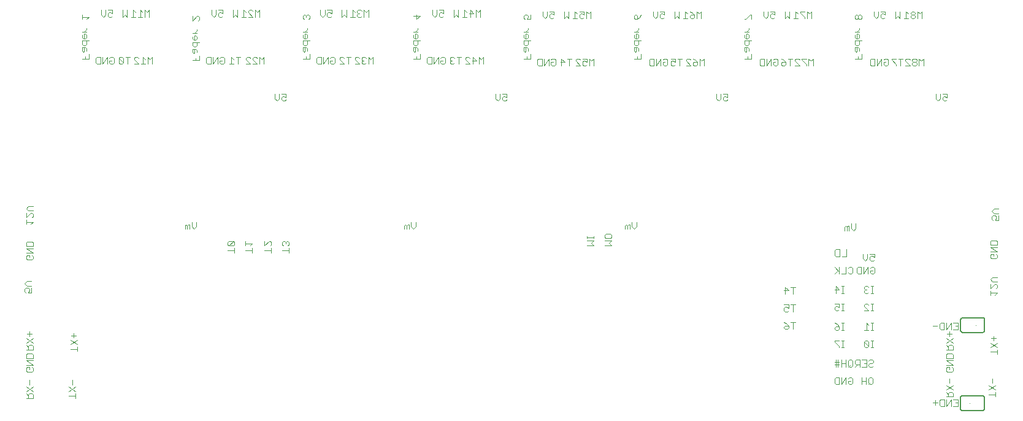
<source format=gbo>
G75*
%MOIN*%
%OFA0B0*%
%FSLAX24Y24*%
%IPPOS*%
%LPD*%
%AMOC8*
5,1,8,0,0,1.08239X$1,22.5*
%
%ADD10C,0.0030*%
%ADD11C,0.0060*%
%ADD12C,0.0000*%
D10*
X001678Y001626D02*
X002048Y001626D01*
X002048Y001811D01*
X001987Y001873D01*
X001863Y001873D01*
X001801Y001811D01*
X001801Y001626D01*
X001801Y001749D02*
X001678Y001873D01*
X001678Y001994D02*
X002048Y002241D01*
X001863Y002362D02*
X001863Y002609D01*
X001678Y002241D02*
X002048Y001994D01*
X001987Y003051D02*
X001740Y003051D01*
X001678Y003112D01*
X001678Y003236D01*
X001740Y003298D01*
X001863Y003298D01*
X001863Y003174D01*
X001987Y003051D02*
X002048Y003112D01*
X002048Y003236D01*
X001987Y003298D01*
X002048Y003419D02*
X001678Y003666D01*
X002048Y003666D01*
X002048Y003787D02*
X002048Y003973D01*
X001987Y004034D01*
X001740Y004034D01*
X001678Y003973D01*
X001678Y003787D01*
X002048Y003787D01*
X002048Y003419D02*
X001678Y003419D01*
X001678Y004251D02*
X002048Y004251D01*
X002048Y004436D01*
X001987Y004498D01*
X001863Y004498D01*
X001801Y004436D01*
X001801Y004251D01*
X001801Y004374D02*
X001678Y004498D01*
X001678Y004619D02*
X002048Y004866D01*
X001863Y004987D02*
X001863Y005234D01*
X001740Y005111D02*
X001987Y005111D01*
X001678Y004866D02*
X002048Y004619D01*
X004078Y004539D02*
X004448Y004786D01*
X004263Y004907D02*
X004263Y005154D01*
X004140Y005031D02*
X004387Y005031D01*
X004078Y004786D02*
X004448Y004539D01*
X004448Y004418D02*
X004448Y004171D01*
X004448Y004294D02*
X004078Y004294D01*
X004183Y002609D02*
X004183Y002362D01*
X003998Y002241D02*
X004368Y001994D01*
X004368Y001873D02*
X004368Y001626D01*
X004368Y001749D02*
X003998Y001749D01*
X003998Y001994D02*
X004368Y002241D01*
X001968Y007354D02*
X001783Y007354D01*
X001845Y007478D01*
X001845Y007539D01*
X001783Y007601D01*
X001660Y007601D01*
X001598Y007539D01*
X001598Y007416D01*
X001660Y007354D01*
X001968Y007354D02*
X001968Y007601D01*
X001968Y007722D02*
X001721Y007722D01*
X001598Y007846D01*
X001721Y007969D01*
X001968Y007969D01*
X001987Y009146D02*
X001740Y009146D01*
X001678Y009208D01*
X001678Y009331D01*
X001740Y009393D01*
X001863Y009393D01*
X001863Y009269D01*
X001987Y009146D02*
X002048Y009208D01*
X002048Y009331D01*
X001987Y009393D01*
X002048Y009514D02*
X001678Y009761D01*
X002048Y009761D01*
X002048Y009882D02*
X002048Y010068D01*
X001987Y010129D01*
X001740Y010129D01*
X001678Y010068D01*
X001678Y009882D01*
X002048Y009882D01*
X002048Y009514D02*
X001678Y009514D01*
X001678Y011066D02*
X001678Y011313D01*
X001678Y011434D02*
X001925Y011681D01*
X001987Y011681D01*
X002048Y011619D01*
X002048Y011496D01*
X001987Y011434D01*
X002048Y011189D02*
X001678Y011189D01*
X001678Y011434D02*
X001678Y011681D01*
X001801Y011802D02*
X001678Y011926D01*
X001801Y012049D01*
X002048Y012049D01*
X002048Y011802D02*
X001801Y011802D01*
X002048Y011189D02*
X001925Y011066D01*
X010313Y010996D02*
X010313Y010811D01*
X010436Y010811D02*
X010436Y010996D01*
X010375Y011058D01*
X010313Y010996D01*
X010436Y010996D02*
X010498Y011058D01*
X010560Y011058D01*
X010560Y010811D01*
X010681Y010934D02*
X010681Y011181D01*
X010681Y010934D02*
X010805Y010811D01*
X010928Y010934D01*
X010928Y011181D01*
X012638Y010084D02*
X012638Y009961D01*
X012700Y009899D01*
X012947Y010146D01*
X012700Y010146D01*
X012638Y010084D01*
X012700Y009899D02*
X012947Y009899D01*
X013008Y009961D01*
X013008Y010084D01*
X012947Y010146D01*
X013008Y009778D02*
X013008Y009531D01*
X013008Y009654D02*
X012638Y009654D01*
X013598Y009654D02*
X013968Y009654D01*
X013968Y009531D02*
X013968Y009778D01*
X013845Y009899D02*
X013968Y010023D01*
X013598Y010023D01*
X013598Y010146D02*
X013598Y009899D01*
X014638Y009899D02*
X014885Y010146D01*
X014947Y010146D01*
X015008Y010084D01*
X015008Y009961D01*
X014947Y009899D01*
X015008Y009778D02*
X015008Y009531D01*
X015008Y009654D02*
X014638Y009654D01*
X014638Y009899D02*
X014638Y010146D01*
X015598Y010084D02*
X015598Y009961D01*
X015660Y009899D01*
X015783Y010023D02*
X015783Y010084D01*
X015721Y010146D01*
X015660Y010146D01*
X015598Y010084D01*
X015783Y010084D02*
X015845Y010146D01*
X015907Y010146D01*
X015968Y010084D01*
X015968Y009961D01*
X015907Y009899D01*
X015968Y009778D02*
X015968Y009531D01*
X015968Y009654D02*
X015598Y009654D01*
X022233Y010811D02*
X022233Y010996D01*
X022295Y011058D01*
X022356Y010996D01*
X022356Y010811D01*
X022480Y010811D02*
X022480Y011058D01*
X022418Y011058D01*
X022356Y010996D01*
X022601Y010934D02*
X022725Y010811D01*
X022848Y010934D01*
X022848Y011181D01*
X022601Y011181D02*
X022601Y010934D01*
X032158Y010423D02*
X032158Y010299D01*
X032158Y010361D02*
X032528Y010361D01*
X032528Y010299D02*
X032528Y010423D01*
X032528Y010178D02*
X032158Y010178D01*
X032405Y010054D02*
X032528Y010178D01*
X032405Y010054D02*
X032528Y009931D01*
X032158Y009931D01*
X033118Y009931D02*
X033488Y009931D01*
X033365Y010054D01*
X033488Y010178D01*
X033118Y010178D01*
X033180Y010299D02*
X033118Y010361D01*
X033118Y010484D01*
X033180Y010546D01*
X033427Y010546D01*
X033488Y010484D01*
X033488Y010361D01*
X033427Y010299D01*
X033180Y010299D01*
X034233Y010811D02*
X034233Y010996D01*
X034295Y011058D01*
X034356Y010996D01*
X034356Y010811D01*
X034480Y010811D02*
X034480Y011058D01*
X034418Y011058D01*
X034356Y010996D01*
X034601Y010934D02*
X034601Y011181D01*
X034601Y010934D02*
X034725Y010811D01*
X034848Y010934D01*
X034848Y011181D01*
X042935Y007661D02*
X043120Y007476D01*
X042873Y007476D01*
X042935Y007291D02*
X042935Y007661D01*
X043241Y007661D02*
X043488Y007661D01*
X043365Y007661D02*
X043365Y007291D01*
X043365Y006701D02*
X043365Y006331D01*
X043120Y006392D02*
X043058Y006331D01*
X042935Y006331D01*
X042873Y006392D01*
X042873Y006516D01*
X042935Y006578D01*
X042996Y006578D01*
X043120Y006516D01*
X043120Y006701D01*
X042873Y006701D01*
X043241Y006701D02*
X043488Y006701D01*
X043488Y005741D02*
X043241Y005741D01*
X043365Y005741D02*
X043365Y005371D01*
X043120Y005432D02*
X043058Y005371D01*
X042935Y005371D01*
X042873Y005432D01*
X042873Y005494D01*
X042935Y005556D01*
X043120Y005556D01*
X043120Y005432D01*
X043120Y005556D02*
X042996Y005679D01*
X042873Y005741D01*
X045623Y005701D02*
X045746Y005639D01*
X045869Y005516D01*
X045684Y005516D01*
X045623Y005454D01*
X045623Y005392D01*
X045684Y005331D01*
X045808Y005331D01*
X045869Y005392D01*
X045869Y005516D01*
X045991Y005701D02*
X046115Y005701D01*
X046053Y005701D02*
X046053Y005331D01*
X046115Y005331D02*
X045991Y005331D01*
X047223Y005331D02*
X047469Y005331D01*
X047591Y005331D02*
X047715Y005331D01*
X047653Y005331D02*
X047653Y005701D01*
X047715Y005701D02*
X047591Y005701D01*
X047469Y005578D02*
X047346Y005701D01*
X047346Y005331D01*
X047408Y004741D02*
X047284Y004741D01*
X047223Y004679D01*
X047469Y004432D01*
X047408Y004371D01*
X047284Y004371D01*
X047223Y004432D01*
X047223Y004679D01*
X047408Y004741D02*
X047469Y004679D01*
X047469Y004432D01*
X047591Y004371D02*
X047715Y004371D01*
X047653Y004371D02*
X047653Y004741D01*
X047715Y004741D02*
X047591Y004741D01*
X046115Y004741D02*
X045991Y004741D01*
X046053Y004741D02*
X046053Y004371D01*
X046115Y004371D02*
X045991Y004371D01*
X045869Y004371D02*
X045869Y004432D01*
X045623Y004679D01*
X045623Y004741D01*
X045869Y004741D01*
X045802Y003701D02*
X045802Y003331D01*
X045679Y003331D02*
X045679Y003701D01*
X045679Y003578D02*
X045617Y003578D01*
X045679Y003578D02*
X045864Y003578D01*
X045864Y003454D02*
X045617Y003454D01*
X045985Y003516D02*
X046232Y003516D01*
X046354Y003639D02*
X046354Y003392D01*
X046415Y003331D01*
X046539Y003331D01*
X046600Y003392D01*
X046600Y003639D01*
X046539Y003701D01*
X046415Y003701D01*
X046354Y003639D01*
X046232Y003701D02*
X046232Y003331D01*
X046354Y003331D02*
X046477Y003454D01*
X046737Y003516D02*
X046799Y003454D01*
X046984Y003454D01*
X046984Y003331D02*
X046984Y003701D01*
X046799Y003701D01*
X046737Y003639D01*
X046737Y003516D01*
X046860Y003454D02*
X046737Y003331D01*
X047105Y003331D02*
X047352Y003331D01*
X047352Y003701D01*
X047105Y003701D01*
X047229Y003516D02*
X047352Y003516D01*
X047474Y003454D02*
X047474Y003392D01*
X047535Y003331D01*
X047659Y003331D01*
X047720Y003392D01*
X047659Y003516D02*
X047535Y003516D01*
X047474Y003454D01*
X047474Y003639D02*
X047535Y003701D01*
X047659Y003701D01*
X047720Y003639D01*
X047720Y003578D01*
X047659Y003516D01*
X047635Y002741D02*
X047511Y002741D01*
X047449Y002679D01*
X047449Y002432D01*
X047511Y002371D01*
X047635Y002371D01*
X047696Y002432D01*
X047696Y002679D01*
X047635Y002741D01*
X047573Y002494D02*
X047449Y002371D01*
X047328Y002371D02*
X047328Y002741D01*
X047328Y002556D02*
X047081Y002556D01*
X047081Y002741D02*
X047081Y002371D01*
X046600Y002432D02*
X046539Y002371D01*
X046415Y002371D01*
X046354Y002432D01*
X046354Y002556D01*
X046477Y002556D01*
X046354Y002679D02*
X046415Y002741D01*
X046539Y002741D01*
X046600Y002679D01*
X046600Y002432D01*
X046232Y002371D02*
X046232Y002741D01*
X045985Y002371D01*
X045985Y002741D01*
X045864Y002741D02*
X045679Y002741D01*
X045617Y002679D01*
X045617Y002432D01*
X045679Y002371D01*
X045864Y002371D01*
X045864Y002741D01*
X045985Y003331D02*
X045985Y003701D01*
X050959Y005536D02*
X051206Y005536D01*
X051328Y005412D02*
X051328Y005659D01*
X051389Y005721D01*
X051575Y005721D01*
X051575Y005351D01*
X051389Y005351D01*
X051328Y005412D01*
X051696Y005351D02*
X051696Y005721D01*
X051943Y005721D02*
X051696Y005351D01*
X051863Y005234D02*
X051863Y004987D01*
X051740Y005111D02*
X051987Y005111D01*
X051943Y005351D02*
X051943Y005721D01*
X052064Y005721D02*
X052311Y005721D01*
X052311Y005351D01*
X052064Y005351D01*
X052188Y005536D02*
X052311Y005536D01*
X052048Y004866D02*
X051678Y004619D01*
X051678Y004498D02*
X051801Y004374D01*
X051801Y004436D02*
X051801Y004251D01*
X051678Y004251D02*
X052048Y004251D01*
X052048Y004436D01*
X051987Y004498D01*
X051863Y004498D01*
X051801Y004436D01*
X052048Y004619D02*
X051678Y004866D01*
X051740Y004034D02*
X051987Y004034D01*
X052048Y003973D01*
X052048Y003787D01*
X051678Y003787D01*
X051678Y003973D01*
X051740Y004034D01*
X051678Y003666D02*
X052048Y003666D01*
X052048Y003419D02*
X051678Y003419D01*
X051740Y003298D02*
X051863Y003298D01*
X051863Y003174D01*
X051740Y003051D02*
X051678Y003112D01*
X051678Y003236D01*
X051740Y003298D01*
X051987Y003298D02*
X052048Y003236D01*
X052048Y003112D01*
X051987Y003051D01*
X051740Y003051D01*
X051863Y002689D02*
X051863Y002442D01*
X051678Y002321D02*
X052048Y002074D01*
X051987Y001953D02*
X052048Y001891D01*
X052048Y001706D01*
X051678Y001706D01*
X051801Y001706D02*
X051801Y001891D01*
X051863Y001953D01*
X051987Y001953D01*
X051801Y001829D02*
X051678Y001953D01*
X051678Y002074D02*
X052048Y002321D01*
X052074Y001561D02*
X052321Y001561D01*
X052321Y001191D01*
X052074Y001191D01*
X051953Y001191D02*
X051953Y001561D01*
X051706Y001191D01*
X051706Y001561D01*
X051585Y001561D02*
X051399Y001561D01*
X051338Y001499D01*
X051338Y001252D01*
X051399Y001191D01*
X051585Y001191D01*
X051585Y001561D01*
X051216Y001376D02*
X050969Y001376D01*
X051093Y001499D02*
X051093Y001252D01*
X052198Y001376D02*
X052321Y001376D01*
X053998Y001829D02*
X054368Y001829D01*
X054368Y001706D02*
X054368Y001953D01*
X054368Y002074D02*
X053998Y002321D01*
X054183Y002442D02*
X054183Y002689D01*
X054368Y002321D02*
X053998Y002074D01*
X052048Y003419D02*
X051678Y003666D01*
X054078Y004134D02*
X054448Y004134D01*
X054448Y004011D02*
X054448Y004258D01*
X054448Y004379D02*
X054078Y004626D01*
X054263Y004747D02*
X054263Y004994D01*
X054140Y004871D02*
X054387Y004871D01*
X054448Y004626D02*
X054078Y004379D01*
X054078Y007211D02*
X054078Y007458D01*
X054078Y007579D02*
X054325Y007826D01*
X054387Y007826D01*
X054448Y007764D01*
X054448Y007641D01*
X054387Y007579D01*
X054448Y007334D02*
X054078Y007334D01*
X054078Y007579D02*
X054078Y007826D01*
X054201Y007947D02*
X054078Y008071D01*
X054201Y008194D01*
X054448Y008194D01*
X054448Y007947D02*
X054201Y007947D01*
X054448Y007334D02*
X054325Y007211D01*
X054387Y009211D02*
X054140Y009211D01*
X054078Y009272D01*
X054078Y009396D01*
X054140Y009458D01*
X054263Y009458D01*
X054263Y009334D01*
X054387Y009211D02*
X054448Y009272D01*
X054448Y009396D01*
X054387Y009458D01*
X054448Y009579D02*
X054078Y009826D01*
X054448Y009826D01*
X054448Y009947D02*
X054078Y009947D01*
X054078Y010133D01*
X054140Y010194D01*
X054387Y010194D01*
X054448Y010133D01*
X054448Y009947D01*
X054448Y009579D02*
X054078Y009579D01*
X054220Y011291D02*
X054158Y011352D01*
X054158Y011476D01*
X054220Y011538D01*
X054343Y011538D01*
X054405Y011476D01*
X054405Y011414D01*
X054343Y011291D01*
X054528Y011291D01*
X054528Y011538D01*
X054528Y011659D02*
X054281Y011659D01*
X054158Y011783D01*
X054281Y011906D01*
X054528Y011906D01*
X047776Y009461D02*
X047776Y009276D01*
X047653Y009338D01*
X047591Y009338D01*
X047529Y009276D01*
X047529Y009152D01*
X047591Y009091D01*
X047715Y009091D01*
X047776Y009152D01*
X047408Y009214D02*
X047285Y009091D01*
X047161Y009214D01*
X047161Y009461D01*
X047408Y009461D02*
X047408Y009214D01*
X047529Y009461D02*
X047776Y009461D01*
X047739Y008741D02*
X047800Y008679D01*
X047800Y008432D01*
X047739Y008371D01*
X047615Y008371D01*
X047554Y008432D01*
X047554Y008556D01*
X047677Y008556D01*
X047554Y008679D02*
X047615Y008741D01*
X047739Y008741D01*
X047432Y008741D02*
X047185Y008371D01*
X047185Y008741D01*
X047064Y008741D02*
X046879Y008741D01*
X046817Y008679D01*
X046817Y008432D01*
X046879Y008371D01*
X047064Y008371D01*
X047064Y008741D01*
X047432Y008741D02*
X047432Y008371D01*
X046600Y008432D02*
X046600Y008679D01*
X046539Y008741D01*
X046415Y008741D01*
X046354Y008679D01*
X046232Y008741D02*
X046232Y008371D01*
X045985Y008371D01*
X045864Y008371D02*
X045864Y008741D01*
X045802Y008556D02*
X045617Y008371D01*
X045864Y008494D02*
X045617Y008741D01*
X045703Y009331D02*
X045641Y009392D01*
X045641Y009639D01*
X045703Y009701D01*
X045888Y009701D01*
X045888Y009331D01*
X045703Y009331D01*
X046009Y009331D02*
X046256Y009331D01*
X046256Y009701D01*
X046276Y010731D02*
X046276Y010916D01*
X046215Y010978D01*
X046153Y010916D01*
X046153Y010731D01*
X046276Y010916D02*
X046338Y010978D01*
X046400Y010978D01*
X046400Y010731D01*
X046521Y010854D02*
X046521Y011101D01*
X046521Y010854D02*
X046645Y010731D01*
X046768Y010854D01*
X046768Y011101D01*
X046600Y008432D02*
X046539Y008371D01*
X046415Y008371D01*
X046354Y008432D01*
X046115Y007701D02*
X045991Y007701D01*
X046053Y007701D02*
X046053Y007331D01*
X046115Y007331D02*
X045991Y007331D01*
X045869Y007516D02*
X045623Y007516D01*
X045684Y007701D02*
X045869Y007516D01*
X045684Y007331D02*
X045684Y007701D01*
X047223Y007639D02*
X047223Y007578D01*
X047284Y007516D01*
X047223Y007454D01*
X047223Y007392D01*
X047284Y007331D01*
X047408Y007331D01*
X047469Y007392D01*
X047591Y007331D02*
X047715Y007331D01*
X047653Y007331D02*
X047653Y007701D01*
X047715Y007701D02*
X047591Y007701D01*
X047469Y007639D02*
X047408Y007701D01*
X047284Y007701D01*
X047223Y007639D01*
X047284Y007516D02*
X047346Y007516D01*
X047408Y006741D02*
X047469Y006679D01*
X047408Y006741D02*
X047284Y006741D01*
X047223Y006679D01*
X047223Y006618D01*
X047469Y006371D01*
X047223Y006371D01*
X047591Y006371D02*
X047715Y006371D01*
X047653Y006371D02*
X047653Y006741D01*
X047715Y006741D02*
X047591Y006741D01*
X046115Y006741D02*
X045991Y006741D01*
X046053Y006741D02*
X046053Y006371D01*
X046115Y006371D02*
X045991Y006371D01*
X045869Y006432D02*
X045808Y006371D01*
X045684Y006371D01*
X045623Y006432D01*
X045623Y006556D01*
X045684Y006618D01*
X045746Y006618D01*
X045869Y006556D01*
X045869Y006741D01*
X045623Y006741D01*
X051236Y017771D02*
X051113Y017894D01*
X051113Y018141D01*
X051360Y018141D02*
X051360Y017894D01*
X051236Y017771D01*
X051481Y017832D02*
X051481Y017956D01*
X051543Y018018D01*
X051605Y018018D01*
X051728Y017956D01*
X051728Y018141D01*
X051481Y018141D01*
X051481Y017832D02*
X051543Y017771D01*
X051666Y017771D01*
X051728Y017832D01*
X050448Y019691D02*
X050448Y020061D01*
X050325Y019938D01*
X050201Y020061D01*
X050201Y019691D01*
X050080Y019752D02*
X050080Y019814D01*
X050018Y019876D01*
X049895Y019876D01*
X049833Y019814D01*
X049833Y019752D01*
X049895Y019691D01*
X050018Y019691D01*
X050080Y019752D01*
X050018Y019876D02*
X050080Y019938D01*
X050080Y019999D01*
X050018Y020061D01*
X049895Y020061D01*
X049833Y019999D01*
X049833Y019938D01*
X049895Y019876D01*
X049711Y019999D02*
X049650Y020061D01*
X049526Y020061D01*
X049464Y019999D01*
X049464Y019938D01*
X049711Y019691D01*
X049464Y019691D01*
X049205Y019691D02*
X049205Y020061D01*
X049328Y020061D02*
X049081Y020061D01*
X048960Y020061D02*
X048713Y020061D01*
X048713Y019999D01*
X048960Y019752D01*
X048960Y019691D01*
X048528Y019752D02*
X048528Y019999D01*
X048466Y020061D01*
X048343Y020061D01*
X048281Y019999D01*
X048281Y019876D02*
X048405Y019876D01*
X048281Y019876D02*
X048281Y019752D01*
X048343Y019691D01*
X048466Y019691D01*
X048528Y019752D01*
X048160Y019691D02*
X048160Y020061D01*
X047913Y019691D01*
X047913Y020061D01*
X047791Y020061D02*
X047606Y020061D01*
X047544Y019999D01*
X047544Y019752D01*
X047606Y019691D01*
X047791Y019691D01*
X047791Y020061D01*
X047088Y020054D02*
X047088Y020301D01*
X046965Y020484D02*
X046965Y020607D01*
X046903Y020669D01*
X046718Y020669D01*
X046718Y020484D01*
X046780Y020422D01*
X046841Y020484D01*
X046841Y020669D01*
X046780Y020791D02*
X046903Y020791D01*
X046965Y020852D01*
X046965Y021037D01*
X047088Y021037D02*
X046718Y021037D01*
X046718Y020852D01*
X046780Y020791D01*
X046780Y021159D02*
X046903Y021159D01*
X046965Y021221D01*
X046965Y021344D01*
X046903Y021406D01*
X046841Y021406D01*
X046841Y021159D01*
X046780Y021159D02*
X046718Y021221D01*
X046718Y021344D01*
X046718Y021527D02*
X046965Y021527D01*
X046841Y021527D02*
X046965Y021651D01*
X046965Y021712D01*
X046965Y022202D02*
X046903Y022264D01*
X046903Y022388D01*
X046841Y022449D01*
X046780Y022449D01*
X046718Y022388D01*
X046718Y022264D01*
X046780Y022202D01*
X046841Y022202D01*
X046903Y022264D01*
X046965Y022202D02*
X047027Y022202D01*
X047088Y022264D01*
X047088Y022388D01*
X047027Y022449D01*
X046965Y022449D01*
X046903Y022388D01*
X047753Y022374D02*
X047876Y022251D01*
X048000Y022374D01*
X048000Y022621D01*
X048121Y022621D02*
X048368Y022621D01*
X048368Y022436D01*
X048245Y022498D01*
X048183Y022498D01*
X048121Y022436D01*
X048121Y022312D01*
X048183Y022251D01*
X048306Y022251D01*
X048368Y022312D01*
X048921Y022251D02*
X048921Y022621D01*
X049168Y022621D02*
X049168Y022251D01*
X049045Y022374D01*
X048921Y022251D01*
X049384Y022251D02*
X049631Y022251D01*
X049508Y022251D02*
X049508Y022621D01*
X049631Y022498D01*
X049753Y022498D02*
X049815Y022436D01*
X049938Y022436D01*
X050000Y022498D01*
X050000Y022559D01*
X049938Y022621D01*
X049815Y022621D01*
X049753Y022559D01*
X049753Y022498D01*
X049815Y022436D02*
X049753Y022374D01*
X049753Y022312D01*
X049815Y022251D01*
X049938Y022251D01*
X050000Y022312D01*
X050000Y022374D01*
X049938Y022436D01*
X050121Y022621D02*
X050245Y022498D01*
X050368Y022621D01*
X050368Y022251D01*
X050121Y022251D02*
X050121Y022621D01*
X047753Y022621D02*
X047753Y022374D01*
X044368Y022251D02*
X044368Y022621D01*
X044245Y022498D01*
X044121Y022621D01*
X044121Y022251D01*
X044000Y022251D02*
X044000Y022312D01*
X043753Y022559D01*
X043753Y022621D01*
X044000Y022621D01*
X043631Y022498D02*
X043508Y022621D01*
X043508Y022251D01*
X043631Y022251D02*
X043384Y022251D01*
X043168Y022251D02*
X043045Y022374D01*
X042921Y022251D01*
X042921Y022621D01*
X043168Y022621D02*
X043168Y022251D01*
X042368Y022312D02*
X042306Y022251D01*
X042183Y022251D01*
X042121Y022312D01*
X042121Y022436D01*
X042183Y022498D01*
X042245Y022498D01*
X042368Y022436D01*
X042368Y022621D01*
X042121Y022621D01*
X042000Y022621D02*
X042000Y022374D01*
X041876Y022251D01*
X041753Y022374D01*
X041753Y022621D01*
X041088Y022449D02*
X041027Y022449D01*
X040780Y022202D01*
X040718Y022202D01*
X041088Y022202D02*
X041088Y022449D01*
X040965Y021712D02*
X040965Y021651D01*
X040841Y021527D01*
X040841Y021406D02*
X040841Y021159D01*
X040780Y021159D02*
X040903Y021159D01*
X040965Y021221D01*
X040965Y021344D01*
X040903Y021406D01*
X040841Y021406D01*
X040718Y021344D02*
X040718Y021221D01*
X040780Y021159D01*
X040718Y021037D02*
X040718Y020852D01*
X040780Y020791D01*
X040903Y020791D01*
X040965Y020852D01*
X040965Y021037D01*
X041088Y021037D02*
X040718Y021037D01*
X040718Y020669D02*
X040718Y020484D01*
X040780Y020422D01*
X040841Y020484D01*
X040841Y020669D01*
X040903Y020669D02*
X040718Y020669D01*
X040903Y020669D02*
X040965Y020607D01*
X040965Y020484D01*
X041088Y020301D02*
X041088Y020054D01*
X040718Y020054D01*
X040903Y020054D02*
X040903Y020177D01*
X041544Y019999D02*
X041606Y020061D01*
X041791Y020061D01*
X041791Y019691D01*
X041606Y019691D01*
X041544Y019752D01*
X041544Y019999D01*
X041913Y020061D02*
X041913Y019691D01*
X042160Y020061D01*
X042160Y019691D01*
X042281Y019752D02*
X042281Y019876D01*
X042405Y019876D01*
X042528Y019999D02*
X042466Y020061D01*
X042343Y020061D01*
X042281Y019999D01*
X042281Y019752D02*
X042343Y019691D01*
X042466Y019691D01*
X042528Y019752D01*
X042528Y019999D01*
X042713Y020061D02*
X042836Y019999D01*
X042960Y019876D01*
X042775Y019876D01*
X042713Y019814D01*
X042713Y019752D01*
X042775Y019691D01*
X042898Y019691D01*
X042960Y019752D01*
X042960Y019876D01*
X043081Y020061D02*
X043328Y020061D01*
X043205Y020061D02*
X043205Y019691D01*
X043464Y019691D02*
X043711Y019691D01*
X043464Y019938D01*
X043464Y019999D01*
X043526Y020061D01*
X043650Y020061D01*
X043711Y019999D01*
X043833Y019999D02*
X044080Y019752D01*
X044080Y019691D01*
X044201Y019691D02*
X044201Y020061D01*
X044325Y019938D01*
X044448Y020061D01*
X044448Y019691D01*
X044080Y020061D02*
X043833Y020061D01*
X043833Y019999D01*
X046718Y020054D02*
X047088Y020054D01*
X046903Y020054D02*
X046903Y020177D01*
X040965Y021527D02*
X040718Y021527D01*
X038368Y022251D02*
X038368Y022621D01*
X038245Y022498D01*
X038121Y022621D01*
X038121Y022251D01*
X038000Y022312D02*
X037938Y022251D01*
X037815Y022251D01*
X037753Y022312D01*
X037753Y022374D01*
X037815Y022436D01*
X038000Y022436D01*
X038000Y022312D01*
X038000Y022436D02*
X037876Y022559D01*
X037753Y022621D01*
X037631Y022498D02*
X037508Y022621D01*
X037508Y022251D01*
X037631Y022251D02*
X037384Y022251D01*
X037168Y022251D02*
X037045Y022374D01*
X036921Y022251D01*
X036921Y022621D01*
X037168Y022621D02*
X037168Y022251D01*
X036368Y022312D02*
X036306Y022251D01*
X036183Y022251D01*
X036121Y022312D01*
X036121Y022436D01*
X036183Y022498D01*
X036245Y022498D01*
X036368Y022436D01*
X036368Y022621D01*
X036121Y022621D01*
X036000Y022621D02*
X036000Y022374D01*
X035876Y022251D01*
X035753Y022374D01*
X035753Y022621D01*
X035088Y022449D02*
X035027Y022326D01*
X034903Y022202D01*
X034903Y022388D01*
X034841Y022449D01*
X034780Y022449D01*
X034718Y022388D01*
X034718Y022264D01*
X034780Y022202D01*
X034903Y022202D01*
X034965Y021712D02*
X034965Y021651D01*
X034841Y021527D01*
X034841Y021406D02*
X034841Y021159D01*
X034780Y021159D02*
X034903Y021159D01*
X034965Y021221D01*
X034965Y021344D01*
X034903Y021406D01*
X034841Y021406D01*
X034718Y021344D02*
X034718Y021221D01*
X034780Y021159D01*
X034718Y021037D02*
X034718Y020852D01*
X034780Y020791D01*
X034903Y020791D01*
X034965Y020852D01*
X034965Y021037D01*
X035088Y021037D02*
X034718Y021037D01*
X034718Y020669D02*
X034718Y020484D01*
X034780Y020422D01*
X034841Y020484D01*
X034841Y020669D01*
X034903Y020669D02*
X034718Y020669D01*
X034903Y020669D02*
X034965Y020607D01*
X034965Y020484D01*
X035088Y020301D02*
X035088Y020054D01*
X034718Y020054D01*
X034903Y020054D02*
X034903Y020177D01*
X035544Y019999D02*
X035606Y020061D01*
X035791Y020061D01*
X035791Y019691D01*
X035606Y019691D01*
X035544Y019752D01*
X035544Y019999D01*
X035913Y020061D02*
X035913Y019691D01*
X036160Y020061D01*
X036160Y019691D01*
X036281Y019752D02*
X036281Y019876D01*
X036405Y019876D01*
X036528Y019999D02*
X036528Y019752D01*
X036466Y019691D01*
X036343Y019691D01*
X036281Y019752D01*
X036281Y019999D02*
X036343Y020061D01*
X036466Y020061D01*
X036528Y019999D01*
X036713Y020061D02*
X036960Y020061D01*
X036960Y019876D01*
X036836Y019938D01*
X036775Y019938D01*
X036713Y019876D01*
X036713Y019752D01*
X036775Y019691D01*
X036898Y019691D01*
X036960Y019752D01*
X037205Y019691D02*
X037205Y020061D01*
X037328Y020061D02*
X037081Y020061D01*
X037544Y019999D02*
X037606Y020061D01*
X037730Y020061D01*
X037791Y019999D01*
X037913Y020061D02*
X038036Y019999D01*
X038160Y019876D01*
X037975Y019876D01*
X037913Y019814D01*
X037913Y019752D01*
X037975Y019691D01*
X038098Y019691D01*
X038160Y019752D01*
X038160Y019876D01*
X038281Y020061D02*
X038281Y019691D01*
X038528Y019691D02*
X038528Y020061D01*
X038405Y019938D01*
X038281Y020061D01*
X037791Y019691D02*
X037544Y019938D01*
X037544Y019999D01*
X037544Y019691D02*
X037791Y019691D01*
X039193Y018141D02*
X039193Y017894D01*
X039316Y017771D01*
X039440Y017894D01*
X039440Y018141D01*
X039561Y018141D02*
X039808Y018141D01*
X039808Y017956D01*
X039685Y018018D01*
X039623Y018018D01*
X039561Y017956D01*
X039561Y017832D01*
X039623Y017771D01*
X039746Y017771D01*
X039808Y017832D01*
X032528Y019691D02*
X032528Y020061D01*
X032405Y019938D01*
X032281Y020061D01*
X032281Y019691D01*
X032160Y019752D02*
X032098Y019691D01*
X031975Y019691D01*
X031913Y019752D01*
X031913Y019876D01*
X031975Y019938D01*
X032036Y019938D01*
X032160Y019876D01*
X032160Y020061D01*
X031913Y020061D01*
X031791Y019999D02*
X031730Y020061D01*
X031606Y020061D01*
X031544Y019999D01*
X031544Y019938D01*
X031791Y019691D01*
X031544Y019691D01*
X031205Y019691D02*
X031205Y020061D01*
X031328Y020061D02*
X031081Y020061D01*
X030960Y019876D02*
X030713Y019876D01*
X030775Y019691D02*
X030775Y020061D01*
X030960Y019876D01*
X030448Y019999D02*
X030448Y019752D01*
X030386Y019691D01*
X030263Y019691D01*
X030201Y019752D01*
X030201Y019876D01*
X030325Y019876D01*
X030448Y019999D02*
X030386Y020061D01*
X030263Y020061D01*
X030201Y019999D01*
X030080Y020061D02*
X029833Y019691D01*
X029833Y020061D01*
X029711Y020061D02*
X029526Y020061D01*
X029464Y019999D01*
X029464Y019752D01*
X029526Y019691D01*
X029711Y019691D01*
X029711Y020061D01*
X030080Y020061D02*
X030080Y019691D01*
X029088Y020054D02*
X029088Y020301D01*
X028965Y020484D02*
X028965Y020607D01*
X028903Y020669D01*
X028718Y020669D01*
X028718Y020484D01*
X028780Y020422D01*
X028841Y020484D01*
X028841Y020669D01*
X028780Y020791D02*
X028903Y020791D01*
X028965Y020852D01*
X028965Y021037D01*
X029088Y021037D02*
X028718Y021037D01*
X028718Y020852D01*
X028780Y020791D01*
X028780Y021159D02*
X028903Y021159D01*
X028965Y021221D01*
X028965Y021344D01*
X028903Y021406D01*
X028841Y021406D01*
X028841Y021159D01*
X028780Y021159D02*
X028718Y021221D01*
X028718Y021344D01*
X028718Y021527D02*
X028965Y021527D01*
X028841Y021527D02*
X028965Y021651D01*
X028965Y021712D01*
X028903Y022202D02*
X028965Y022326D01*
X028965Y022388D01*
X028903Y022449D01*
X028780Y022449D01*
X028718Y022388D01*
X028718Y022264D01*
X028780Y022202D01*
X028903Y022202D02*
X029088Y022202D01*
X029088Y022449D01*
X029753Y022374D02*
X029876Y022251D01*
X030000Y022374D01*
X030000Y022621D01*
X030121Y022621D02*
X030368Y022621D01*
X030368Y022436D01*
X030245Y022498D01*
X030183Y022498D01*
X030121Y022436D01*
X030121Y022312D01*
X030183Y022251D01*
X030306Y022251D01*
X030368Y022312D01*
X030921Y022251D02*
X030921Y022621D01*
X031168Y022621D02*
X031168Y022251D01*
X031045Y022374D01*
X030921Y022251D01*
X031384Y022251D02*
X031631Y022251D01*
X031508Y022251D02*
X031508Y022621D01*
X031631Y022498D01*
X031753Y022436D02*
X031753Y022312D01*
X031815Y022251D01*
X031938Y022251D01*
X032000Y022312D01*
X032000Y022436D02*
X031876Y022498D01*
X031815Y022498D01*
X031753Y022436D01*
X031753Y022621D02*
X032000Y022621D01*
X032000Y022436D01*
X032121Y022621D02*
X032245Y022498D01*
X032368Y022621D01*
X032368Y022251D01*
X032121Y022251D02*
X032121Y022621D01*
X029753Y022621D02*
X029753Y022374D01*
X026368Y022331D02*
X026368Y022701D01*
X026245Y022578D01*
X026121Y022701D01*
X026121Y022331D01*
X026000Y022516D02*
X025753Y022516D01*
X025631Y022578D02*
X025508Y022701D01*
X025508Y022331D01*
X025631Y022331D02*
X025384Y022331D01*
X025168Y022331D02*
X025045Y022454D01*
X024921Y022331D01*
X024921Y022701D01*
X025168Y022701D02*
X025168Y022331D01*
X025815Y022331D02*
X025815Y022701D01*
X026000Y022516D01*
X024368Y022516D02*
X024245Y022578D01*
X024183Y022578D01*
X024121Y022516D01*
X024121Y022392D01*
X024183Y022331D01*
X024306Y022331D01*
X024368Y022392D01*
X024368Y022516D02*
X024368Y022701D01*
X024121Y022701D01*
X024000Y022701D02*
X024000Y022454D01*
X023876Y022331D01*
X023753Y022454D01*
X023753Y022701D01*
X023088Y022388D02*
X022903Y022202D01*
X022903Y022449D01*
X022718Y022388D02*
X023088Y022388D01*
X022965Y021712D02*
X022965Y021651D01*
X022841Y021527D01*
X022841Y021406D02*
X022841Y021159D01*
X022780Y021159D02*
X022903Y021159D01*
X022965Y021221D01*
X022965Y021344D01*
X022903Y021406D01*
X022841Y021406D01*
X022718Y021344D02*
X022718Y021221D01*
X022780Y021159D01*
X022718Y021037D02*
X022718Y020852D01*
X022780Y020791D01*
X022903Y020791D01*
X022965Y020852D01*
X022965Y021037D01*
X023088Y021037D02*
X022718Y021037D01*
X022718Y020669D02*
X022718Y020484D01*
X022780Y020422D01*
X022841Y020484D01*
X022841Y020669D01*
X022903Y020669D02*
X022718Y020669D01*
X022903Y020669D02*
X022965Y020607D01*
X022965Y020484D01*
X023088Y020301D02*
X023088Y020054D01*
X022718Y020054D01*
X022903Y020054D02*
X022903Y020177D01*
X023464Y020079D02*
X023526Y020141D01*
X023711Y020141D01*
X023711Y019771D01*
X023526Y019771D01*
X023464Y019832D01*
X023464Y020079D01*
X023833Y020141D02*
X023833Y019771D01*
X024080Y020141D01*
X024080Y019771D01*
X024201Y019832D02*
X024201Y019956D01*
X024325Y019956D01*
X024448Y020079D02*
X024448Y019832D01*
X024386Y019771D01*
X024263Y019771D01*
X024201Y019832D01*
X024201Y020079D02*
X024263Y020141D01*
X024386Y020141D01*
X024448Y020079D01*
X024713Y020079D02*
X024775Y020141D01*
X024898Y020141D01*
X024960Y020079D01*
X025081Y020141D02*
X025328Y020141D01*
X025205Y020141D02*
X025205Y019771D01*
X024960Y019832D02*
X024898Y019771D01*
X024775Y019771D01*
X024713Y019832D01*
X024713Y019894D01*
X024775Y019956D01*
X024836Y019956D01*
X024775Y019956D02*
X024713Y020018D01*
X024713Y020079D01*
X025544Y020079D02*
X025606Y020141D01*
X025730Y020141D01*
X025791Y020079D01*
X025913Y019956D02*
X026160Y019956D01*
X025975Y020141D01*
X025975Y019771D01*
X025791Y019771D02*
X025544Y020018D01*
X025544Y020079D01*
X025544Y019771D02*
X025791Y019771D01*
X026281Y019771D02*
X026281Y020141D01*
X026405Y020018D01*
X026528Y020141D01*
X026528Y019771D01*
X028718Y020054D02*
X029088Y020054D01*
X028903Y020054D02*
X028903Y020177D01*
X027808Y018141D02*
X027808Y017956D01*
X027685Y018018D01*
X027623Y018018D01*
X027561Y017956D01*
X027561Y017832D01*
X027623Y017771D01*
X027746Y017771D01*
X027808Y017832D01*
X027808Y018141D02*
X027561Y018141D01*
X027440Y018141D02*
X027440Y017894D01*
X027316Y017771D01*
X027193Y017894D01*
X027193Y018141D01*
X020528Y019771D02*
X020528Y020141D01*
X020405Y020018D01*
X020281Y020141D01*
X020281Y019771D01*
X020160Y019832D02*
X020098Y019771D01*
X019975Y019771D01*
X019913Y019832D01*
X019913Y019894D01*
X019975Y019956D01*
X020036Y019956D01*
X019975Y019956D02*
X019913Y020018D01*
X019913Y020079D01*
X019975Y020141D01*
X020098Y020141D01*
X020160Y020079D01*
X019791Y020079D02*
X019730Y020141D01*
X019606Y020141D01*
X019544Y020079D01*
X019544Y020018D01*
X019791Y019771D01*
X019544Y019771D01*
X019205Y019771D02*
X019205Y020141D01*
X019328Y020141D02*
X019081Y020141D01*
X018960Y020079D02*
X018898Y020141D01*
X018775Y020141D01*
X018713Y020079D01*
X018713Y020018D01*
X018960Y019771D01*
X018713Y019771D01*
X018448Y019832D02*
X018448Y020079D01*
X018386Y020141D01*
X018263Y020141D01*
X018201Y020079D01*
X018201Y019956D02*
X018325Y019956D01*
X018201Y019956D02*
X018201Y019832D01*
X018263Y019771D01*
X018386Y019771D01*
X018448Y019832D01*
X018080Y019771D02*
X018080Y020141D01*
X017833Y019771D01*
X017833Y020141D01*
X017711Y020141D02*
X017526Y020141D01*
X017464Y020079D01*
X017464Y019832D01*
X017526Y019771D01*
X017711Y019771D01*
X017711Y020141D01*
X017088Y020054D02*
X017088Y020301D01*
X016965Y020484D02*
X016965Y020607D01*
X016903Y020669D01*
X016718Y020669D01*
X016718Y020484D01*
X016780Y020422D01*
X016841Y020484D01*
X016841Y020669D01*
X016780Y020791D02*
X016903Y020791D01*
X016965Y020852D01*
X016965Y021037D01*
X017088Y021037D02*
X016718Y021037D01*
X016718Y020852D01*
X016780Y020791D01*
X016780Y021159D02*
X016718Y021221D01*
X016718Y021344D01*
X016841Y021406D02*
X016841Y021159D01*
X016780Y021159D02*
X016903Y021159D01*
X016965Y021221D01*
X016965Y021344D01*
X016903Y021406D01*
X016841Y021406D01*
X016841Y021527D02*
X016965Y021651D01*
X016965Y021712D01*
X016965Y021527D02*
X016718Y021527D01*
X016780Y022202D02*
X016718Y022264D01*
X016718Y022388D01*
X016780Y022449D01*
X016841Y022449D01*
X016903Y022388D01*
X016903Y022326D01*
X016903Y022388D02*
X016965Y022449D01*
X017027Y022449D01*
X017088Y022388D01*
X017088Y022264D01*
X017027Y022202D01*
X017673Y022454D02*
X017673Y022701D01*
X017920Y022701D02*
X017920Y022454D01*
X017796Y022331D01*
X017673Y022454D01*
X018041Y022392D02*
X018103Y022331D01*
X018226Y022331D01*
X018288Y022392D01*
X018288Y022516D02*
X018165Y022578D01*
X018103Y022578D01*
X018041Y022516D01*
X018041Y022392D01*
X018288Y022516D02*
X018288Y022701D01*
X018041Y022701D01*
X018841Y022701D02*
X018841Y022331D01*
X018965Y022454D01*
X019088Y022331D01*
X019088Y022701D01*
X019428Y022701D02*
X019428Y022331D01*
X019551Y022331D02*
X019304Y022331D01*
X019551Y022578D02*
X019428Y022701D01*
X019673Y022639D02*
X019673Y022578D01*
X019735Y022516D01*
X019673Y022454D01*
X019673Y022392D01*
X019735Y022331D01*
X019858Y022331D01*
X019920Y022392D01*
X020041Y022331D02*
X020041Y022701D01*
X020165Y022578D01*
X020288Y022701D01*
X020288Y022331D01*
X019920Y022639D02*
X019858Y022701D01*
X019735Y022701D01*
X019673Y022639D01*
X019735Y022516D02*
X019796Y022516D01*
X022718Y021527D02*
X022965Y021527D01*
X017088Y020054D02*
X016718Y020054D01*
X016903Y020054D02*
X016903Y020177D01*
X014608Y020141D02*
X014608Y019771D01*
X014361Y019771D02*
X014361Y020141D01*
X014485Y020018D01*
X014608Y020141D01*
X014240Y020079D02*
X014178Y020141D01*
X014055Y020141D01*
X013993Y020079D01*
X013993Y020018D01*
X014240Y019771D01*
X013993Y019771D01*
X013871Y019771D02*
X013624Y020018D01*
X013624Y020079D01*
X013686Y020141D01*
X013810Y020141D01*
X013871Y020079D01*
X013871Y019771D02*
X013624Y019771D01*
X013205Y019771D02*
X013205Y020141D01*
X013328Y020141D02*
X013081Y020141D01*
X012960Y020018D02*
X012836Y020141D01*
X012836Y019771D01*
X012713Y019771D02*
X012960Y019771D01*
X012448Y019832D02*
X012448Y020079D01*
X012386Y020141D01*
X012263Y020141D01*
X012201Y020079D01*
X012201Y019956D02*
X012325Y019956D01*
X012201Y019956D02*
X012201Y019832D01*
X012263Y019771D01*
X012386Y019771D01*
X012448Y019832D01*
X012080Y019771D02*
X012080Y020141D01*
X011833Y019771D01*
X011833Y020141D01*
X011711Y020141D02*
X011526Y020141D01*
X011464Y020079D01*
X011464Y019832D01*
X011526Y019771D01*
X011711Y019771D01*
X011711Y020141D01*
X011088Y020221D02*
X011088Y019974D01*
X010718Y019974D01*
X010903Y019974D02*
X010903Y020097D01*
X010780Y020342D02*
X010841Y020404D01*
X010841Y020589D01*
X010903Y020589D02*
X010718Y020589D01*
X010718Y020404D01*
X010780Y020342D01*
X010965Y020404D02*
X010965Y020527D01*
X010903Y020589D01*
X010903Y020711D02*
X010965Y020772D01*
X010965Y020957D01*
X011088Y020957D02*
X010718Y020957D01*
X010718Y020772D01*
X010780Y020711D01*
X010903Y020711D01*
X010903Y021079D02*
X010965Y021141D01*
X010965Y021264D01*
X010903Y021326D01*
X010841Y021326D01*
X010841Y021079D01*
X010780Y021079D02*
X010903Y021079D01*
X010780Y021079D02*
X010718Y021141D01*
X010718Y021264D01*
X010718Y021447D02*
X010965Y021447D01*
X010841Y021447D02*
X010965Y021571D01*
X010965Y021632D01*
X011027Y022122D02*
X011088Y022184D01*
X011088Y022308D01*
X011027Y022369D01*
X010965Y022369D01*
X010718Y022122D01*
X010718Y022369D01*
X011753Y022454D02*
X011753Y022701D01*
X012000Y022701D02*
X012000Y022454D01*
X011876Y022331D01*
X011753Y022454D01*
X012121Y022392D02*
X012183Y022331D01*
X012306Y022331D01*
X012368Y022392D01*
X012368Y022516D02*
X012245Y022578D01*
X012183Y022578D01*
X012121Y022516D01*
X012121Y022392D01*
X012368Y022516D02*
X012368Y022701D01*
X012121Y022701D01*
X012921Y022701D02*
X012921Y022331D01*
X013045Y022454D01*
X013168Y022331D01*
X013168Y022701D01*
X013508Y022701D02*
X013508Y022331D01*
X013631Y022331D02*
X013384Y022331D01*
X013631Y022578D02*
X013508Y022701D01*
X013753Y022639D02*
X013815Y022701D01*
X013938Y022701D01*
X014000Y022639D01*
X014121Y022701D02*
X014121Y022331D01*
X014000Y022331D02*
X013753Y022578D01*
X013753Y022639D01*
X013753Y022331D02*
X014000Y022331D01*
X014245Y022578D02*
X014121Y022701D01*
X014245Y022578D02*
X014368Y022701D01*
X014368Y022331D01*
X008528Y020141D02*
X008405Y020018D01*
X008281Y020141D01*
X008281Y019771D01*
X008160Y019771D02*
X007913Y019771D01*
X007791Y019771D02*
X007544Y020018D01*
X007544Y020079D01*
X007606Y020141D01*
X007730Y020141D01*
X007791Y020079D01*
X008036Y020141D02*
X008036Y019771D01*
X007791Y019771D02*
X007544Y019771D01*
X007205Y019771D02*
X007205Y020141D01*
X007328Y020141D02*
X007081Y020141D01*
X006960Y020079D02*
X006898Y020141D01*
X006775Y020141D01*
X006713Y020079D01*
X006960Y019832D01*
X006898Y019771D01*
X006775Y019771D01*
X006713Y019832D01*
X006713Y020079D01*
X006960Y020079D02*
X006960Y019832D01*
X006448Y019832D02*
X006448Y020079D01*
X006386Y020141D01*
X006263Y020141D01*
X006201Y020079D01*
X006201Y019956D02*
X006325Y019956D01*
X006201Y019956D02*
X006201Y019832D01*
X006263Y019771D01*
X006386Y019771D01*
X006448Y019832D01*
X006080Y019771D02*
X006080Y020141D01*
X005833Y019771D01*
X005833Y020141D01*
X005711Y020141D02*
X005526Y020141D01*
X005464Y020079D01*
X005464Y019832D01*
X005526Y019771D01*
X005711Y019771D01*
X005711Y020141D01*
X005088Y020054D02*
X005088Y020301D01*
X004965Y020484D02*
X004965Y020607D01*
X004903Y020669D01*
X004718Y020669D01*
X004718Y020484D01*
X004780Y020422D01*
X004841Y020484D01*
X004841Y020669D01*
X004780Y020791D02*
X004903Y020791D01*
X004965Y020852D01*
X004965Y021037D01*
X005088Y021037D02*
X004718Y021037D01*
X004718Y020852D01*
X004780Y020791D01*
X004780Y021159D02*
X004903Y021159D01*
X004965Y021221D01*
X004965Y021344D01*
X004903Y021406D01*
X004841Y021406D01*
X004841Y021159D01*
X004780Y021159D02*
X004718Y021221D01*
X004718Y021344D01*
X004718Y021527D02*
X004965Y021527D01*
X004841Y021527D02*
X004965Y021651D01*
X004965Y021712D01*
X004965Y022202D02*
X005088Y022326D01*
X004718Y022326D01*
X004718Y022449D02*
X004718Y022202D01*
X005753Y022454D02*
X005753Y022701D01*
X006000Y022701D02*
X006000Y022454D01*
X005876Y022331D01*
X005753Y022454D01*
X006121Y022392D02*
X006183Y022331D01*
X006306Y022331D01*
X006368Y022392D01*
X006368Y022516D02*
X006245Y022578D01*
X006183Y022578D01*
X006121Y022516D01*
X006121Y022392D01*
X006368Y022516D02*
X006368Y022701D01*
X006121Y022701D01*
X006921Y022701D02*
X006921Y022331D01*
X007045Y022454D01*
X007168Y022331D01*
X007168Y022701D01*
X007508Y022701D02*
X007508Y022331D01*
X007631Y022331D02*
X007384Y022331D01*
X007631Y022578D02*
X007508Y022701D01*
X007876Y022701D02*
X007876Y022331D01*
X007753Y022331D02*
X008000Y022331D01*
X008121Y022331D02*
X008121Y022701D01*
X008245Y022578D01*
X008368Y022701D01*
X008368Y022331D01*
X008000Y022578D02*
X007876Y022701D01*
X008036Y020141D02*
X008160Y020018D01*
X008528Y020141D02*
X008528Y019771D01*
X005088Y020054D02*
X004718Y020054D01*
X004903Y020054D02*
X004903Y020177D01*
X015193Y018141D02*
X015193Y017894D01*
X015316Y017771D01*
X015440Y017894D01*
X015440Y018141D01*
X015561Y018141D02*
X015808Y018141D01*
X015808Y017956D01*
X015685Y018018D01*
X015623Y018018D01*
X015561Y017956D01*
X015561Y017832D01*
X015623Y017771D01*
X015746Y017771D01*
X015808Y017832D01*
X034718Y021527D02*
X034965Y021527D01*
D11*
X052473Y005896D02*
X052473Y005296D01*
X052475Y005279D01*
X052479Y005262D01*
X052486Y005246D01*
X052496Y005232D01*
X052509Y005219D01*
X052523Y005209D01*
X052539Y005202D01*
X052556Y005198D01*
X052573Y005196D01*
X053673Y005196D01*
X053690Y005198D01*
X053707Y005202D01*
X053723Y005209D01*
X053737Y005219D01*
X053750Y005232D01*
X053760Y005246D01*
X053767Y005262D01*
X053771Y005279D01*
X053773Y005296D01*
X053773Y005896D01*
X053771Y005913D01*
X053767Y005930D01*
X053760Y005946D01*
X053750Y005960D01*
X053737Y005973D01*
X053723Y005983D01*
X053707Y005990D01*
X053690Y005994D01*
X053673Y005996D01*
X052573Y005996D01*
X052556Y005994D01*
X052539Y005990D01*
X052523Y005983D01*
X052509Y005973D01*
X052496Y005960D01*
X052486Y005946D01*
X052479Y005930D01*
X052475Y005913D01*
X052473Y005896D01*
X052563Y001756D02*
X053663Y001756D01*
X053680Y001754D01*
X053697Y001750D01*
X053713Y001743D01*
X053727Y001733D01*
X053740Y001720D01*
X053750Y001706D01*
X053757Y001690D01*
X053761Y001673D01*
X053763Y001656D01*
X053763Y001056D01*
X053761Y001039D01*
X053757Y001022D01*
X053750Y001006D01*
X053740Y000992D01*
X053727Y000979D01*
X053713Y000969D01*
X053697Y000962D01*
X053680Y000958D01*
X053663Y000956D01*
X052563Y000956D01*
X052546Y000958D01*
X052529Y000962D01*
X052513Y000969D01*
X052499Y000979D01*
X052486Y000992D01*
X052476Y001006D01*
X052469Y001022D01*
X052465Y001039D01*
X052463Y001056D01*
X052463Y001656D01*
X052465Y001673D01*
X052469Y001690D01*
X052476Y001706D01*
X052486Y001720D01*
X052499Y001733D01*
X052513Y001743D01*
X052529Y001750D01*
X052546Y001754D01*
X052563Y001756D01*
D12*
X052953Y001364D02*
X052953Y001356D01*
X052955Y001356D02*
X052950Y001356D01*
X052955Y001361D02*
X052953Y001364D01*
X053283Y005588D02*
X053288Y005588D01*
X053285Y005588D02*
X053285Y005596D01*
X053288Y005593D01*
M02*

</source>
